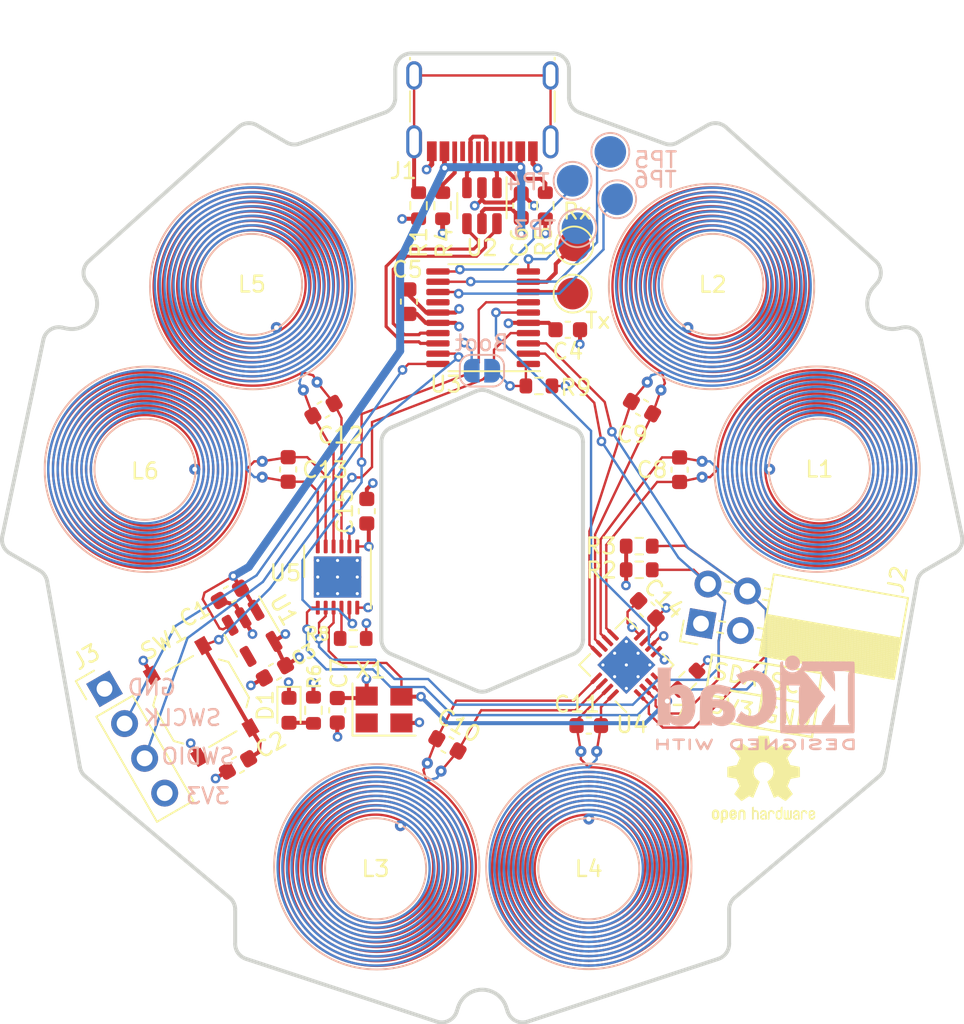
<source format=kicad_pcb>
(kicad_pcb (version 20221018) (generator pcbnew)
  (layers (0 "F.Cu" signal) (1 "In1.Cu" signal) (2 "In2.Cu" signal) (31 "B.Cu" signal) (34 "B.Paste" user) (35 "F.Paste" user) (36 "B.SilkS" user "B.Silkscreen") (37 "F.SilkS" user "F.Silkscreen") (38 "B.Mask" user) (39 "F.Mask" user) (44 "Edge.Cuts" user))
  (net 0 "")
  (net 1 "VBUS")
  (net 2 "GND")
  (net 3 "+3.3V")
  (net 4 "/~{RST}")
  (net 5 "/UART2_TX")
  (net 6 "/UART2_RX")
  (net 7 "/SWDIO")
  (net 8 "/SWCLK")
  (net 9 "/USB_ESD_D+")
  (net 10 "/USB_ESD_D-")
  (net 11 "/I2C1_SDA")
  (net 12 "/I2C1_SCL")
  (net 13 "/LDC1614_INTB")
  (net 14 "/USB_D-")
  (net 15 "/USB_D+")
  (net 16 "/LDC1612_INTB")
  (net 17 "/40MHZ_CLK")
  (net 18 "/CC1")
  (net 19 "/CC2")
  (net 20 "Net-(U4-IN0A)")
  (net 21 "Net-(U4-IN0B)")
  (net 22 "Net-(U4-IN1A)")
  (net 23 "Net-(U4-IN1B)")
  (net 24 "Net-(D1-A)")
  (net 25 "Net-(U4-ADDR)")
  (net 27 "Net-(JP1-B)")
  (net 28 "Net-(U3-PA4)")
  (net 29 "Net-(U3-PA5)")
  (net 30 "Net-(U3-PA6)")
  (net 31 "Net-(U3-PA7)")
  (net 34 "Net-(U4-IN2A)")
  (net 35 "Net-(U4-IN2B)")
  (net 36 "Net-(U4-IN3A)")
  (net 37 "Net-(U4-IN3B)")
  (net 38 "Net-(U5-IN0A)")
  (net 39 "Net-(U5-IN0B)")
  (net 40 "Net-(U5-IN1A)")
  (net 41 "Net-(U5-IN1B)")
  (net 44 "Net-(J1-SHIELD)")
  (net 45 "Net-(U5-ADDR)")
  (footprint "Crystal:Crystal_SMD_3225-4Pin_3.2x2.5mm" (layer "F.Cu") (at 136.398 106.2736)
    (fp_text reference "X1")
    (fp_text value "40.000MHz")
  )
  (footprint "Resistor_SMD:R_0603_1608Metric" (layer "F.Cu") (at 131.9276 106.3244 -90)
    (fp_text reference "R6")
    (fp_text value "200")
  )
  (footprint "Capacitor_SMD:C_0603_1608Metric" (layer "F.Cu") (at 145.0848 74.3966 90)
    (fp_text reference "C6")
    (fp_text value "100n")
  )
  (footprint "Resistor_SMD:R_0603_1608Metric" (layer "F.Cu") (at 146.2024 85.8012)
    (fp_text reference "R9")
    (fp_text value "5k1")
  )
  (footprint "Symbol:OSHW-Logo2_7.3x6mm_SilkScreen" (layer "F.Cu") (at 160.4264 110.6932)
    (fp_text reference "REF**" hide)
    (fp_text value "OSHW-Logo2_7.3x6mm_SilkScreen" hide)
  )
  (footprint "Capacitor_SMD:C_0603_1608Metric" (layer "F.Cu") (at 135.3058 93.726 90)
    (fp_text reference "C15")
    (fp_text value "1u")
  )
  (footprint "Package_TO_SOT_SMD:SOT-23-6" (layer "F.Cu") (at 142.5956 74.3966 -90)
    (fp_text reference "U2")
    (fp_text value "USBLC6-2SC6")
  )
  (footprint "PCB_Coil:COIL_GENERATOR_0" (layer "F.Cu") (at 163.959844 91.07 180)
    (fp_text reference "L1")
    (fp_text value "PCB_COIL")
  )
  (footprint "Resistor_SMD:R_0603_1608Metric" (layer "F.Cu") (at 152.5524 97.4344)
    (fp_text reference "R2")
    (fp_text value "5k1")
  )
  (footprint "PCB_Coil:COIL_GENERATOR_0" (layer "F.Cu") (at 157.209844 79.38 -120)
    (fp_text reference "L2")
    (fp_text value "PCB_COIL")
  )
  (footprint "PCB_Coil:COIL_GENERATOR_0" (layer "F.Cu") (at 135.859844 116.35 60)
    (fp_text reference "L3")
    (fp_text value "PCB_COIL")
  )
  (footprint "Package_SON:WSON-12-1EP_4x4mm_P0.5mm_EP2.6x3mm_ThermalVias" (layer "F.Cu") (at 133.4516 97.8916 90)
    (fp_text reference "U5")
    (fp_text value "LDC1612")
  )
  (footprint "Package_TO_SOT_SMD:SOT-23-5" (layer "F.Cu") (at 128.0414 101.454406 -60)
    (fp_text reference "U1")
    (fp_text value "AP2112K-3.3")
  )
  (footprint "Package_SO:TSSOP-20_4.4x6.5mm_P0.65mm" (layer "F.Cu") (at 142.6718 81.4832 180)
    (fp_text reference "U3")
    (fp_text value "STM32F042F6P6")
  )
  (footprint "PCB_Coil:COIL_GENERATOR_0" (layer "F.Cu") (at 128.009844 79.38 -60)
    (fp_text reference "L5")
    (fp_text value "PCB_COIL")
  )
  (footprint "Capacitor_SMD:C_0603_1608Metric" (layer "F.Cu") (at 148.0312 82.2452)
    (fp_text reference "C4")
    (fp_text value "1u")
  )
  (footprint "PCB_Coil:COIL_GENERATOR_0" (layer "F.Cu") (at 149.359844 116.35 90)
    (fp_text reference "L4")
    (fp_text value "PCB_COIL")
  )
  (footprint "Connector_PinHeader_2.54mm:PinHeader_1x04_P2.54mm_Vertical" (layer "F.Cu") (at 118.6992 104.963904 30)
    (fp_text reference "J3")
    (fp_text value "DBG_HDR")
  )
  (footprint "TestPoint:TestPoint_Pad_D2.0mm" (layer "F.Cu") (at 148.336 79.9592 180)
    (fp_text reference "TP1" hide)
    (fp_text value "TestPoint")
  )
  (footprint "Resistor_SMD:R_0603_1608Metric" (layer "F.Cu") (at 146.6088 74.3966 -90)
    (fp_text reference "R5")
    (fp_text value "5k1")
  )
  (footprint "Capacitor_SMD:C_0603_1608Metric" (layer "F.Cu") (at 126.634912 98.9879 -150)
    (fp_text reference "C1")
    (fp_text value "10u")
  )
  (footprint "Capacitor_SMD:C_0603_1608Metric" (layer "F.Cu") (at 127.1524 109.7788 -150)
    (fp_text reference "C2")
    (fp_text value "100n")
  )
  (footprint "LED_SMD:LED_0603_1608Metric" (layer "F.Cu") (at 130.3782 106.3244 -90)
    (fp_text reference "D1")
    (fp_text value "BLUE_LED")
  )
  (footprint "Resistor_SMD:R_0603_1608Metric" (layer "F.Cu") (at 140.1064 74.3966 -90)
    (fp_text reference "R4")
    (fp_text value "5k1")
  )
  (footprint "Capacitor_SMD:C_0603_1608Metric" (layer "F.Cu") (at 137.9728 80.4672 90)
    (fp_text reference "C5")
    (fp_text value "1u")
  )
  (footprint "Capacitor_SMD:C_0603_1608Metric" (layer "F.Cu") (at 153.0604 99.949 135)
    (fp_text reference "C14")
    (fp_text value "1u")
  )
  (footprint "Resistor_SMD:R_0603_1608Metric" (layer "F.Cu") (at 152.5524 95.9358)
    (fp_text reference "R3")
    (fp_text value "5k1")
  )
  (footprint "Resistor_SMD:R_0603_1608Metric" (layer "F.Cu") (at 138.5824 74.3966 -90)
    (fp_text reference "R1")
    (fp_text value "1M")
  )
  (footprint "Capacitor_SMD:C_0603_1608Metric" (layer "F.Cu") (at 152.7302 87.1728 150)
    (fp_text reference "C9")
    (fp_text value "1n")
  )
  (footprint "Capacitor_SMD:C_0603_1608Metric" (layer "F.Cu") (at 130.3274 91.0844 -90)
    (fp_text reference "C13")
    (fp_text value "1n")
  )
  (footprint "Connector_USB:USB_C_Receptacle_G-Switch_GT-USB-7010ASV" (layer "F.Cu") (at 142.621 67.229 180)
    (fp_text reference "J1")
    (fp_text value "USB_C_Receptacle_USB2.0")
  )
  (footprint "Resistor_SMD:R_0603_1608Metric" (layer "F.Cu") (at 134.4422 101.7778)
    (fp_text reference "R8")
    (fp_text value "5k1")
  )
  (footprint "PCB_Coil:COIL_GENERATOR_0" (layer "F.Cu") (at 121.259844 91.07)
    (fp_text reference "L6")
    (fp_text value "PCB_COIL")
  )
  (footprint "Connector_PinSocket_2.54mm:PinSocket_2x02_P2.54mm_Horizontal" (layer "F.Cu") (at 156.464 100.838 170)
    (fp_text reference "J2")
    (fp_text value "EXP_HDR")
  )
  (footprint "Capacitor_SMD:C_0603_1608Metric" (layer "F.Cu") (at 149.359844 107.2896)
    (fp_text reference "C11")
    (fp_text value "1n")
  )
  (footprint "Package_DFN_QFN:WQFN-16-1EP_4x4mm_P0.5mm_EP2.6x2.6mm_ThermalVias" (layer "F.Cu") (at 151.7396 103.4542 135)
    (fp_text reference "U4")
    (fp_text value "LDC1614")
  )
  (footprint "Capacitor_SMD:C_0603_1608Metric" (layer "F.Cu") (at 133.436295 106.323422 -90)
    (fp_text reference "C7")
    (fp_text value "1u")
  )
  (footprint "Capacitor_SMD:C_0603_1608Metric" (layer "F.Cu") (at 155.109844 91.1 90)
    (fp_text reference "C8")
    (fp_text value "1n")
  )
  (footprint "Capacitor_SMD:C_0603_1608Metric" (layer "F.Cu") (at 129.4892 103.886 -150)
    (fp_text reference "C3")
    (fp_text value "10u")
  )
  (footprint "Capacitor_SMD:C_0603_1608Metric" (layer "F.Cu") (at 132.5626 87.2998 -150)
    (fp_text reference "C12")
    (fp_text value "1n")
  )
  (footprint "Resistor_SMD:R_0603_1608Metric" (layer "F.Cu") (at 155.6258 104.4194 45)
    (fp_text reference "R7")
    (fp_text value "5k1")
  )
  (footprint "TestPoint:TestPoint_Pad_D2.0mm" (layer "F.Cu") (at 148.4376 76.9112 180)
    (fp_text reference "TP2" hide)
    (fp_text value "TestPoint")
  )
  (footprint "Button_Switch_SMD:SW_Push_1P1T_XKB_TS-1187A" (layer "F.Cu") (at 124.8156 105.7656 120)
    (fp_text reference "SW1")
    (fp_text value "~{RST}")
  )
  (footprint "Capacitor_SMD:C_0603_1608Metric" (layer "F.Cu") (at 140.4112 108.5088 -30)
    (fp_text reference "C10")
    (fp_text value "1n")
  )
  (footprint "TestPoint:TestPoint_Pad_D2.0mm" (layer "B.Cu") (at 148.336 72.8218 180)
    (fp_text reference "TP4")
    (fp_text value "TestPoint")
  )
  (footprint "TestPoint:TestPoint_Pad_D2.0mm" (layer "B.Cu") (at 148.6408 75.819 180)
    (fp_text reference "TP3")
    (fp_text value "TestPoint")
  )
  (footprint "Jumper:SolderJumper-2_P1.3mm_Open_RoundedPad1.0x1.5mm" (layer "B.Cu") (at 142.5956 84.836)
    (fp_text reference "JP1" hide)
    (fp_text value "SolderJumper_2_Open")
  )
  (footprint "TestPoint:TestPoint_Pad_D2.0mm" (layer "B.Cu") (at 151.1554 73.9902 180)
    (fp_text reference "TP6")
    (fp_text value "TestPoint")
  )
  (footprint "TestPoint:TestPoint_Pad_D2.0mm" (layer "B.Cu") (at 150.7236 70.993 180)
    (fp_text reference "TP5")
    (fp_text value "TestPoint")
  )
  (footprint "Symbol:KiCad-Logo2_5mm_SilkScreen" (layer "B.Cu") (at 159.9184 105.8418 180)
    (fp_text reference "REF**" hide)
    (fp_text value "KiCad-Logo2_5mm_SilkScreen" hide)
  )
  (gr_line (start 156.531475 106.847872) (end 163.493547 108.013662) (stroke (width 0.15)) (layer "F.SilkS"))
  (gr_line (start 160.63709 103.389234) (end 160.012511 107.430767) (stroke (width 0.15)) (layer "F.SilkS"))
  (gr_line (start 164.118126 103.972129) (end 163.493547 108.013662) (stroke (width 0.15)) (layer "F.SilkS"))
  (gr_line (start 157.156054 102.806339) (end 164.118126 103.972129) (stroke (width 0.15)) (layer "F.SilkS"))
  (gr_line (start 156.843764 104.827105) (end 163.805836 105.992895) (stroke (width 0.15)) (layer "F.SilkS"))
  (gr_line (start 157.156054 102.806339) (end 156.531475 106.847872) (stroke (width 0.15)) (layer "F.SilkS"))
  (gr_line (start 116.008579 82.104946) (end 116.302018 82.166219) (stroke (width 0.25)) (layer "Edge.Cuts"))
  (gr_arc (start 148.991459 101.840743) (mid 148.826314 102.391253) (end 148.385378 102.759888) (stroke (width 0.25)) (layer "Edge.Cuts"))
  (gr_arc (start 127.177025 69.427462) (mid 127.740742 69.17825) (end 128.343486 69.306976) (stroke (width 0.25)) (layer "Edge.Cuts"))
  (gr_arc (start 126.615354 118.169339) (mid 126.878852 118.512771) (end 126.972567 118.935384) (stroke (width 0.25)) (layer "Edge.Cuts"))
  (gr_line (start 144.223387 125.384881) (end 144.129731 125.100118) (stroke (width 0.25)) (layer "Edge.Cuts"))
  (gr_line (start 127.177025 69.427462) (end 117.701221 77.898172) (stroke (width 0.25)) (layer "Edge.Cuts"))
  (gr_arc (start 158.247081 118.935384) (mid 158.340794 118.512777) (end 158.604294 118.169339) (stroke (width 0.25)) (layer "Edge.Cuts"))
  (gr_line (start 148.991459 101.840743) (end 148.991459 89.359257) (stroke (width 0.25)) (layer "Edge.Cuts"))
  (gr_line (start 112.706228 96.3915) (end 114.58216 97.47457) (stroke (width 0.25)) (layer "Edge.Cuts"))
  (gr_line (start 117.479841 110.503733) (end 126.615354 118.169339) (stroke (width 0.25)) (layer "Edge.Cuts"))
  (gr_line (start 170.637488 97.47457) (end 172.51342 96.3915) (stroke (width 0.25)) (layer "Edge.Cuts"))
  (gr_line (start 154.15821 70.463713) (end 148.767804 68.501766) (stroke (width 0.25)) (layer "Edge.Cuts"))
  (gr_line (start 137.109824 65.762831) (end 137.109824 67.562073) (stroke (width 0.25)) (layer "Edge.Cuts"))
  (gr_line (start 130.219418 70.390046) (end 128.343486 69.306976) (stroke (width 0.25)) (layer "Edge.Cuts"))
  (gr_line (start 168.91763 82.166219) (end 169.211069 82.104946) (stroke (width 0.25)) (layer "Edge.Cuts"))
  (gr_arc (start 117.479841 110.503733) (mid 117.256613 110.237684) (end 117.137821 109.911337) (stroke (width 0.25)) (layer "Edge.Cuts"))
  (gr_arc (start 136.83427 102.759888) (mid 136.393363 102.39123) (end 136.228189 101.840743) (stroke (width 0.25)) (layer "Edge.Cuts"))
  (gr_line (start 158.604294 118.169339) (end 167.739807 110.503733) (stroke (width 0.25)) (layer "Edge.Cuts"))
  (gr_arc (start 117.821926 79.533662) (mid 118.01469 81.399953) (end 116.302018 82.166219) (stroke (width 0.25)) (layer "Edge.Cuts"))
  (gr_arc (start 158.247081 121.101523) (mid 158.057136 121.687846) (end 157.559507 122.051466) (stroke (width 0.25)) (layer "Edge.Cuts"))
  (gr_arc (start 141.089917 125.100118) (mid 142.609824 124) (end 144.129731 125.100118) (stroke (width 0.25)) (layer "Edge.Cuts"))
  (gr_arc (start 145.485755 126.022397) (mid 144.722524 125.965099) (end 144.223387 125.384881) (stroke (width 0.25)) (layer "Edge.Cuts"))
  (gr_arc (start 127.660141 122.051466) (mid 127.162475 121.687878) (end 126.972567 121.101523) (stroke (width 0.25)) (layer "Edge.Cuts"))
  (gr_arc (start 137.109824 67.562073) (mid 136.929005 68.135677) (end 136.451844 68.501766) (stroke (width 0.25)) (layer "Edge.Cuts"))
  (gr_line (start 172.992307 95.321073) (end 170.394358 82.879431) (stroke (width 0.25)) (layer "Edge.Cuts"))
  (gr_line (start 142.215905 86.133697) (end 136.83427 88.440112) (stroke (width 0.25)) (layer "Edge.Cuts"))
  (gr_arc (start 147.109824 64.762831) (mid 147.81693 65.05573) (end 148.109824 65.762831) (stroke (width 0.25)) (layer "Edge.Cuts"))
  (gr_line (start 145.485755 126.022397) (end 157.559507 122.051466) (stroke (width 0.25)) (layer "Edge.Cuts"))
  (gr_arc (start 137.109824 65.762831) (mid 137.402696 65.05569) (end 138.109824 64.762831) (stroke (width 0.25)) (layer "Edge.Cuts"))
  (gr_arc (start 112.706228 96.3915) (mid 112.29344 95.933842) (end 112.227341 95.321073) (stroke (width 0.25)) (layer "Edge.Cuts"))
  (gr_arc (start 168.081827 109.911337) (mid 167.96304 110.237685) (end 167.739807 110.503733) (stroke (width 0.25)) (layer "Edge.Cuts"))
  (gr_arc (start 136.228189 89.359257) (mid 136.39335 88.808767) (end 136.83427 88.440112) (stroke (width 0.25)) (layer "Edge.Cuts"))
  (gr_line (start 136.83427 102.759888) (end 142.215905 105.066303) (stroke (width 0.25)) (layer "Edge.Cuts"))
  (gr_arc (start 143.003743 105.066303) (mid 142.609824 105.147158) (end 142.215905 105.066303) (stroke (width 0.25)) (layer "Edge.Cuts"))
  (gr_arc (start 140.996261 125.384881) (mid 140.497128 125.965101) (end 139.733893 126.022397) (stroke (width 0.25)) (layer "Edge.Cuts"))
  (gr_line (start 126.972567 118.935384) (end 126.972567 121.101523) (stroke (width 0.25)) (layer "Edge.Cuts"))
  (gr_line (start 158.247081 121.101523) (end 158.247081 118.935384) (stroke (width 0.25)) (layer "Edge.Cuts"))
  (gr_line (start 136.451844 68.501766) (end 131.061438 70.463713) (stroke (width 0.25)) (layer "Edge.Cuts"))
  (gr_line (start 141.089917 125.100118) (end 140.996261 125.384881) (stroke (width 0.25)) (layer "Edge.Cuts"))
  (gr_line (start 168.081827 109.911337) (end 170.15268 98.166948) (stroke (width 0.25)) (layer "Edge.Cuts"))
  (gr_arc (start 168.91763 82.166219) (mid 167.204901 81.400038) (end 167.397722 79.533662) (stroke (width 0.25)) (layer "Edge.Cuts"))
  (gr_line (start 143.003743 105.066303) (end 148.385378 102.759888) (stroke (width 0.25)) (layer "Edge.Cuts"))
  (gr_arc (start 156.876162 69.306976) (mid 157.478918 69.178278) (end 158.042623 69.427462) (stroke (width 0.25)) (layer "Edge.Cuts"))
  (gr_line (start 117.821926 79.533662) (end 117.622142 79.310173) (stroke (width 0.25)) (layer "Edge.Cuts"))
  (gr_arc (start 148.385378 88.440112) (mid 148.826322 88.808758) (end 148.991459 89.359257) (stroke (width 0.25)) (layer "Edge.Cuts"))
  (gr_line (start 148.385378 88.440112) (end 143.003743 86.133697) (stroke (width 0.25)) (layer "Edge.Cuts"))
  (gr_arc (start 131.061438 70.463713) (mid 130.63226 70.520218) (end 130.219418 70.390046) (stroke (width 0.25)) (layer "Edge.Cuts"))
  (gr_arc (start 114.82529 82.879431) (mid 115.2565 82.247055) (end 116.008579 82.104946) (stroke (width 0.25)) (layer "Edge.Cuts"))
  (gr_line (start 127.660141 122.051466) (end 139.733893 126.022397) (stroke (width 0.25)) (layer "Edge.Cuts"))
  (gr_arc (start 114.58216 97.47457) (mid 114.901316 97.76702) (end 115.066968 98.166948) (stroke (width 0.25)) (layer "Edge.Cuts"))
  (gr_line (start 156.876162 69.306976) (end 155.00023 70.390046) (stroke (width 0.25)) (layer "Edge.Cuts"))
  (gr_arc (start 172.992307 95.321073) (mid 172.926228 95.933837) (end 172.51342 96.3915) (stroke (width 0.25)) (layer "Edge.Cuts"))
  (gr_arc (start 170.15268 98.166948) (mid 170.318344 97.767024) (end 170.637488 97.47457) (stroke (width 0.25)) (layer "Edge.Cuts"))
  (gr_line (start 136.228189 89.359257) (end 136.228189 101.840743) (stroke (width 0.25)) (layer "Edge.Cuts"))
  (gr_line (start 167.518427 77.898172) (end 158.042623 69.427462) (stroke (width 0.25)) (layer "Edge.Cuts"))
  (gr_arc (start 167.518427 77.898172) (mid 167.850348 78.587783) (end 167.597506 79.310173) (stroke (width 0.25)) (layer "Edge.Cuts"))
  (gr_line (start 114.82529 82.879431) (end 112.227341 95.321073) (stroke (width 0.25)) (layer "Edge.Cuts"))
  (gr_line (start 167.597506 79.310173) (end 167.397722 79.533662) (stroke (width 0.25)) (layer "Edge.Cuts"))
  (gr_arc (start 148.767804 68.501766) (mid 148.290666 68.135644) (end 148.109824 67.562073) (stroke (width 0.25)) (layer "Edge.Cuts"))
  (gr_arc (start 142.215905 86.133697) (mid 142.609824 86.052842) (end 143.003743 86.133697) (stroke (width 0.25)) (layer "Edge.Cuts"))
  (gr_line (start 147.109824 64.762831) (end 138.109824 64.762831) (stroke (width 0.25)) (layer "Edge.Cuts"))
  (gr_arc (start 117.622142 79.310173) (mid 117.369219 78.587779) (end 117.701221 77.898172) (stroke (width 0.25)) (layer "Edge.Cuts"))
  (gr_arc (start 155.00023 70.390046) (mid 154.587384 70.520219) (end 154.15821 70.463713) (stroke (width 0.25)) (layer "Edge.Cuts"))
  (gr_line (start 115.066968 98.166948) (end 117.137821 109.911337) (stroke (width 0.25)) (layer "Edge.Cuts"))
  (gr_line (start 148.109824 67.562073) (end 148.109824 65.762831) (stroke (width 0.25)) (layer "Edge.Cuts"))
  (gr_arc (start 169.211069 82.104946) (mid 169.96308 82.247154) (end 170.394358 82.879431) (stroke (width 0.25)) (layer "Edge.Cuts"))
  (gr_text "SWCLK" (at 123.623496 106.794515) (layer "B.SilkS") (effects (font (size 1 1)) (justify mirror)))
  (gr_text "Boot" (at 144.3736 83.6676) (layer "B.SilkS") (effects (font (size 1 1)) (justify left bottom mirror)))
  (gr_text "3V3" (at 125.242531 111.741623) (layer "B.SilkS") (effects (font (size 1 1)) (justify mirror)))
  (gr_text "SWDIO" (at 124.621568 109.237513) (layer "B.SilkS") (effects (font (size 1 1)) (justify mirror)))
  (gr_text "GND" (at 121.6914 104.8766) (layer "B.SilkS") (effects (font (size 1 1)) (justify mirror)))
  (gr_text "3V3" (at 158.389562 106.178976 -10) (layer "F.SilkS") (effects (font (size 1.016 1.016) (thickness 0.1524))))
  (gr_text "Tx" (at 149.0472 82.2452) (layer "F.SilkS") (effects (font (size 1 1)) (justify left bottom)))
  (gr_text "Rx" (at 147.6248 75.3364) (layer "F.SilkS") (effects (font (size 1 1)) (justify left bottom)))
  (gr_text "SDA\n" (at 158.642245 104.065105 -10) (layer "F.SilkS") (effects (font (size 1.016 1.016) (thickness 0.1524))))
  (gr_text "SCL" (at 162.181618 104.695648 -10) (layer "F.SilkS") (effects (font (size 1.016 1.016) (thickness 0.1524))))
  (gr_text "GND" (at 161.918447 106.777092 -10) (layer "F.SilkS") (effects (font (size 1.016 1.016) (thickness 0.1524))))
  (segment (start 127.524375 98.658892) (end 127.306082 98.6004) (width 0.254) (layer "F.Cu") (net 1))
  (segment (start 124.919089 99.297605) (end 125.030654 98.88124) (width 0.1524) (layer "F.Cu") (net 1))
  (segment (start 125.030654 98.88124) (end 126.856408 97.82714) (width 0.1524) (layer "F.Cu") (net 1))
  (segment (start 142.5956 75.5341) (end 142.5956 74.7776) (width 0.254) (layer "F.Cu") (net 1))
  (segment (start 145.021 70.954) (end 145.021 71.9452) (width 0.3048) (layer "F.Cu") (net 1))
  (segment (start 126.649926 100.944302) (end 126.201585 101.203152) (width 0.1524) (layer "F.Cu") (net 1))
  (segment (start 142.5956 74.7776) (end 142.7734 74.5998) (width 0.254) (layer "F.Cu") (net 1))
  (segment (start 126.201585 101.203152) (end 125.985889 101.145357) (width 0.1524) (layer "F.Cu") (net 1))
  (segment (start 140.221 71.9966) (end 140.2334 72.009) (width 0.3048) (layer "F.Cu") (net 1))
  (segment (start 127.306082 98.6004) (end 126.860232 97.828165) (width 0.254) (layer "F.Cu") (net 1))
  (segment (start 145.0848 75.1716) (end 145.0848 76.1746) (width 0.254) (layer "F.Cu") (net 1))
  (segment (start 140.221 70.954) (end 140.221 71.9966) (width 0.3048) (layer "F.Cu") (net 1))
  (segment (start 125.985889 101.145357) (end 124.919089 99.297605) (width 0.1524) (layer "F.Cu") (net 1))
  (segment (start 144.4752 74.5998) (end 145.047 75.1716) (width 0.254) (layer "F.Cu") (net 1))
  (segment (start 128.295374 99.994302) (end 127.524375 98.658892) (width 0.254) (layer "F.Cu") (net 1))
  (segment (start 142.7734 74.5998) (end 144.4752 74.5998) (width 0.254) (layer "F.Cu") (net 1))
  (segment (start 126.860232 97.828165) (end 126.856408 97.82714) (width 0.254) (layer "F.Cu") (net 1))
  (segment (start 145.021 71.9452) (end 145.034 71.9582) (width 0.3048) (layer "F.Cu") (net 1))
  (segment (start 145.047 75.1716) (end 145.0848 75.1716) (width 0.254) (layer "F.Cu") (net 1))
  (via (at 140.2334 72.009) (size 0.6096) (drill 0.3048) (layers "F.Cu" "B.Cu") (net 1))
  (via (at 145.034 71.9582) (size 0.6096) (drill 0.3048) (layers "F.Cu" "B.Cu") (net 1))
  (via (at 126.856408 97.82714) (size 0.6096) (drill 0.3048) (layers "F.Cu" "B.Cu") (net 1))
  (via (at 145.0848 76.1746) (size 0.6096) (drill 0.3048) (layers "F.Cu" "B.Cu") (net 1))
  (segment (start 127.839767 97.249395) (end 126.856408 97.82714) (width 0.508) (layer "B.Cu") (net 1))
  (segment (start 140.2334 72.009) (end 137.414 77.8256) (width 0.508) (layer "B.Cu") (net 1))
  (segment (start 140.2842 71.9582) (end 140.2334 72.009) (width 0.508) (layer "B.Cu") (net 1))
  (segment (start 137.414 77.8256) (end 137.414 83.5914) (width 0.508) (layer "B.Cu") (net 1))
  (segment (start 145.034 71.9582) (end 140.2842 71.9582) (width 0.508) (layer "B.Cu") (net 1))
  (segment (start 145.0848 72.009) (end 145.034 71.9582) (width 0.508) (layer "B.Cu") (net 1))
  (segment (start 145.0848 76.1746) (end 145.0848 72.009) (width 0.508) (layer "B.Cu") (net 1))
  (segment (start 137.414 83.5914) (end 127.839767 97.249395) (width 0.508) (layer "B.Cu") (net 1))
  (segment (start 138.5824 75.2216) (end 137.5542 75.2216) (width 0.254) (layer "F.Cu") (net 2))
  (segment (start 137.498 107.1236) (end 138.596 107.1236) (width 0.254) (layer "F.Cu") (net 2))
  (segment (start 130.3782 104.5718) (end 130.3782 105.5369) (width 0.254) (layer "F.Cu") (net 2))
  (segment (start 148.8062 82.2452) (end 148.8062 83.1466) (width 0.254) (layer "F.Cu") (net 2))
  (segment (start 142.5956 74.0156) (end 142.2146 74.3966) (width 0.254) (layer "F.Cu") (net 2))
  (segment (start 152.579289 101.550689) (end 152.0952 101.0666) (width 0.1524) (layer "F.Cu") (net 2))
  (segment (start 124.691802 109.301176) (end 124.1552 108.4072) (width 0.254) (layer "F.Cu") (net 2))
  (segment (start 139.8093 81.1582) (end 140.914 81.1582) (width 0.254) (layer "F.Cu") (net 2))
  (segment (start 134.2644 94.9198) (end 134.2016 94.9826) (width 0.1524) (layer "F.Cu") (net 2))
  (segment (start 134.2016 94.9826) (end 134.2016 95.9541) (width 0.1524) (layer "F.Cu") (net 2))
  (segment (start 133.436295 107.985495) (end 133.4516 108.0008) (width 0.254) (layer "F.Cu") (net 2))
  (segment (start 133.436295 107.098422) (end 133.436295 107.985495) (width 0.254) (layer "F.Cu") (net 2))
  (segment (start 153.921953 101.6254) (end 154.1018 101.6254) (width 0.1524) (layer "F.Cu") (net 2))
  (segment (start 139.071801 81.1582) (end 139.8093 81.1582) (width 0.254) (layer "F.Cu") (net 2))
  (segment (start 144.4752 74.1934) (end 145.047 73.6216) (width 0.254) (layer "F.Cu") (net 2))
  (segment (start 142.5956 74.0156) (end 142.7734 74.1934) (width 0.254) (layer "F.Cu") (net 2))
  (segment (start 152.579289 101.553851) (end 152.579289 101.550689) (width 0.1524) (layer "F.Cu") (net 2))
  (segment (start 156.209163 103.836037) (end 156.8958 103.1494) (width 0.1524) (layer "F.Cu") (net 2))
  (segment (start 145.821 71.7292) (end 146.1262 72.0344) (width 0.3048) (layer "F.Cu") (net 2))
  (segment (start 146.6088 75.2216) (end 146.6088 76.1492) (width 0.254) (layer "F.Cu") (net 2))
  (segment (start 148.8062 83.1466) (end 148.7932 83.1596) (width 0.254) (layer "F.Cu") (net 2))
  (segment (start 138.596 107.1236) (end 138.6332 107.0864) (width 0.254) (layer "F.Cu") (net 2))
  (segment (start 139.421 70.954) (end 139.421 71.78) (width 0.3048) (layer "F.Cu") (net 2))
  (segment (start 135.3058 92.951) (end 135.3058 92.329) (width 0.254) (layer "F.Cu") (net 2))
  (segment (start 135.3058 92.329) (end 135.6868 91.948) (width 0.254) (layer "F.Cu") (net 2))
  (segment (start 145.0848 73.6216) (end 145.1226 73.6216) (width 0.254) (layer "F.Cu") (net 2))
  (segment (start 139.421 71.78) (end 139.0904 72.1106) (width 0.3048) (layer "F.Cu") (net 2))
  (segment (start 145.047 73.6216) (end 145.0848 73.6216) (width 0.254) (layer "F.Cu") (net 2))
  (segment (start 127.47265 100.469302) (end 127.001651 99.653507) (width 0.254) (layer "F.Cu") (net 2))
  (segment (start 145.821 70.954) (end 145.821 71.7292) (width 0.3048) (layer "F.Cu") (net 2))
  (segment (start 142.2146 74.3966) (end 142.1384 74.3966) (width 0.254) (layer "F.Cu") (net 2))
  (segment (start 152.512392 99.400992) (end 151.8158 100.097584) (width 0.1524) (layer "F.Cu") (net 2))
  (segment (start 135.3749 99.8291) (end 135.382 99.822) (width 0.1524) (layer "F.Cu") (net 2))
  (segment (start 126.48123 110.1663) (end 125.73 110.6424) (width 0.254) (layer "F.Cu") (net 2))
  (segment (start 128.81803 104.2735) (end 127.9652 104.7496) (width 0.254) (layer "F.Cu") (net 2))
  (segment (start 140.914 81.1582) (end 141.1478 80.9244) (width 0.254) (layer "F.Cu") (net 2))
  (segment (start 153.286396 102.260957) (end 153.921953 101.6254) (width 0.1524) (layer "F.Cu") (net 2))
  (segment (start 140.1064 75.2216) (end 140.1064 76.1492) (width 0.3048) (layer "F.Cu") (net 2))
  (segment (start 127.47265 100.469302) (end 128.0668 101.4984) (width 0.254) (layer "F.Cu") (net 2))
  (segment (start 137.9728 79.6922) (end 137.9728 80.059199) (width 0.254) (layer "F.Cu") (net 2))
  (segment (start 137.5542 75.2216) (end 137.541 75.2348) (width 0.254) (layer "F.Cu") (net 2))
  (segment (start 127.001651 99.653507) (end 125.963743 99.3754) (width 0.254) (layer "F.Cu") (net 2))
  (segment (start 121.691802 104.105024) (end 121.158 103.1748) (width 0.254) (layer "F.Cu") (net 2))
  (segment (start 151.8158 100.097584) (end 151.8158 100.7872) (width 0.1524) (layer "F.Cu") (net 2))
  (segment (start 151.8158 100.7872) (end 152.0952 101.0666) (width 0.1524) (layer "F.Cu") (net 2))
  (segment (start 147.0274 85.8012) (end 147.8788 85.8012) (width 0.1524) (layer "F.Cu") (net 2))
  (segment (start 142.7734 74.1934) (end 144.4752 74.1934) (width 0.254) (layer "F.Cu") (net 2))
  (segment (start 130.3528 104.5464) (end 130.3782 104.5718) (width 0.254) (layer "F.Cu") (net 2))
  (segment (start 145.1226 73.6216) (end 145.8976 74.3966) (width 0.254) (layer "F.Cu") (net 2))
  (segment (start 134.7016 99.8291) (end 135.3749 99.8291) (width 0.1524) (layer "F.Cu") (net 2))
  (segment (start 142.5956 73.2591) (end 142.5956 74.0156) (width 0.254) (layer "F.Cu") (net 2))
  (segment (start 137.9728 80.059199) (end 139.071801 81.1582) (width 0.254) (layer "F.Cu") (net 2))
  (via (at 146.1262 72.0344) (size 0.6096) (drill 0.3048) (layers "F.Cu" "B.Cu") (net 2))
  (via (at 135.6868 91.948) (size 0.6096) (drill 0.3048) (layers "F.Cu" "B.Cu") (net 2))
  (via (at 140.1064 76.1492) (size 0.6096) (drill 0.3048) (layers "F.Cu" "B.Cu") (net 2))
  (via (at 135.382 99.822) (size 0.6096) (drill 0.3048) (layers "F.Cu" "B.Cu") (net 2))
  (via (at 141.1478 80.9244) (size 0.6096) (drill 0.3048) (layers "F.Cu" "B.Cu") (net 2))
  (via (at 139.0904 72.1106) (size 0.6096) (drill 0.3048) (layers "F.Cu" "B.Cu") (net 2))
  (via (at 152.0952 101.0666) (size 0.6096) (drill 0.3048) (layers "F.Cu" "B.Cu") (net 2))
  (via (at 133.4516 108.0008) (size 0.6096) (drill 0.3048) (layers "F.Cu" "B.Cu") (net 2))
  (via (at 134.2644 94.9198) (size 0.6096) (drill 0.3048) (layers "F.Cu" "B.Cu") (net 2))
  (via (at 124.1552 108.4072) (size 0.6096) (drill 0.3048) (layers "F.Cu" "B.Cu") (net 2))
  (via (at 125.73 110.6424) (size 0.6096) (drill 0.3048) (layers "F.Cu" "B.Cu") (net 2))
  (via (at 148.7932 83.1596) (size 0.6096) (drill 0.3048) (layers "F.Cu" "B.Cu") (net 2))
  (via (at 154.1018 101.6254) (size 0.6096) (drill 0.3048) (layers "F.Cu" "B.Cu") (net 2))
  (via (at 147.8788 85.8012) (size 0.6096) (drill 0.3048) (layers "F.Cu" "B.Cu") (net 2))
  (via (at 146.6088 76.1492) (size 0.6096) (drill 0.3048) (layers "F.Cu" "B.Cu") (net 2))
  (via (at 130.3528 104.5464) (size 0.6096) (drill 0.3048) (layers "F.Cu" "B.Cu") (net 2))
  (via (at 127.9652 104.7496) (size 0.6096) (drill 0.3048) (layers "F.Cu" "B.Cu") (net 2))
  (via (at 121.158 103.1748) (size 0.6096) (drill 0.3048) (layers "F.Cu" "B.Cu") (net 2))
  (via (at 156.8958 103.1494) (size 0.6096) (drill 0.3048) (layers "F.Cu" "B.Cu") (net 2))
  (via (at 128.0668 101.4984) (size 0.6096) (drill 0.3048) (layers "F.Cu" "B.Cu") (net 2))
  (via (at 145.8976 74.3966) (size 0.6096) (drill 0.3048) (layers "F.Cu" "B.Cu") (net 2))
  (via (at 142.1384 74.3966) (size 0.6096) (drill 0.3048) (layers "F.Cu" "B.Cu") (net 2))
  (via (at 137.541 75.2348) (size 0.6096) (drill 0.3048) (layers "F.Cu" "B.Cu") (net 2))
  (via (at 138.6332 107.0864) (size 0.6096) (drill 0.3048) (layers "F.Cu" "B.Cu") (net 2))
  (segment (start 145.5343 81.8082) (end 144.3026 81.8082) (width 0.254) (layer "F.Cu") (net 3))
  (segment (start 139.8093 81.8082) (end 139.0344 81.8082) (width 0.254) (layer "F.Cu") (net 3))
  (segment (start 152.932843 101.907404) (end 153.608408 101.231839) (width 0.1524) (layer "F.Cu") (net 3))
  (segment (start 135.298 105.4236) (end 135.298 104.3608) (width 0.254) (layer "F.Cu") (net 3))
  (segment (start 135.4257 95.9541) (end 135.4328 95.9612) (width 0.1524) (layer "F.Cu") (net 3))
  (segment (start 151.7274 98.4118) (end 151.7142 98.425) (width 0.254) (layer "F.Cu") (net 3))
  (segment (start 135.2672 101.7778) (end 135.2672 100.8258) (width 0.1524) (layer "F.Cu") (net 3))
  (segment (start 138.4684 81.2422) (end 137.9728 81.2422) (width 0.254) (layer "F.Cu") (net 3))
  (segment (start 135.4328 94.628) (end 135.4328 95.9612) (width 0.254) (layer "F.Cu") (net 3))
  (segment (start 135.173178 105.548422) (end 135.298 105.4236) (width 0.254) (layer "F.Cu") (net 3))
  (segment (start 139.8093 81.8082) (end 140.914 81.8082) (width 0.254) (layer "F.Cu") (net 3))
  (segment (start 129.432874 101.96451) (end 130.1496 101.4984) (width 0.254) (layer "F.Cu") (net 3))
  (segment (start 146.8192 81.8082) (end 147.2562 82.2452) (width 0.254) (layer "F.Cu") (net 3))
  (segment (start 135.3058 94.501) (end 135.4328 94.628) (width 0.254) (layer "F.Cu") (net 3))
  (segment (start 140.914 81.8082) (end 141.1478 82.042) (width 0.254) (layer "F.Cu") (net 3))
  (segment (start 129.432874 101.96451) (end 130.16037 103.4985) (width 0.254) (layer "F.Cu") (net 3))
  (segment (start 144.3026 81.8082) (end 144.272 81.8388) (width 0.254) (layer "F.Cu") (net 3))
  (segment (start 135.2672 100.8258) (end 135.2804 100.8126) (width 0.1524) (layer "F.Cu") (net 3))
  (segment (start 133.436295 105.548422) (end 135.173178 105.548422) (width 0.254) (layer "F.Cu") (net 3))
  (segment (start 153.608408 100.497008) (end 153.608408 100.493192) (width 0.1524) (layer "F.Cu") (net 3))
  (segment (start 130.16037 103.4985) (end 131.0132 102.9716) (width 0.254) (layer "F.Cu") (net 3))
  (segment (start 151.7274 95.9358) (end 151.7274 97.4344) (width 0.254) (layer "F.Cu") (net 3))
  (segment (start 153.608408 100.493192) (end 154.2542 99.8474) (width 0.1524) (layer "F.Cu") (net 3))
  (segment (start 151.7274 97.4344) (end 151.7274 98.4118) (width 0.254) (layer "F.Cu") (net 3))
  (segment (start 134.7016 95.9541) (end 135.4257 95.9541) (width 0.1524) (layer "F.Cu") (net 3))
  (segment (start 131.9276 105.4994) (end 131.9276 104.5972) (width 0.254) (layer "F.Cu") (net 3))
  (segment (start 139.0344 81.8082) (end 138.4684 81.2422) (width 0.254) (layer "F.Cu") (net 3))
  (segment (start 153.608408 101.231839) (end 153.608408 100.497008) (width 0.1524) (layer "F.Cu") (net 3))
  (segment (start 145.5343 81.8082) (end 146.8192 81.8082) (width 0.254) (layer "F.Cu") (net 3))
  (segment (start 135.298 104.3608) (end 135.2804 104.3432) (width 0.254) (layer "F.Cu") (net 3))
  (via (at 151.7142 98.425) (size 0.6096) (drill 0.3048) (layers "F.Cu" "B.Cu") (net 3))
  (via (at 141.478 83.058) (size 0.6096) (drill 0.3048) (layers "F.Cu" "B.Cu") (net 3))
  (via (at 130.1496 101.4984) (size 0.6096) (drill 0.3048) (layers "F.Cu" "B.Cu") (net 3))
  (via (at 135.2804 104.3432) (size 0.6096) (drill 0.3048) (layers "F.Cu" "B.Cu") (net 3))
  (via (at 131.9276 104.5972) (size 0.6096) (drill 0.3048) (layers "F.Cu" "B.Cu") (net 3))
  (via (at 144.272 81.8388) (size 0.6096) (drill 0.3048) (layers "F.Cu" "B.Cu") (net 3))
  (via (at 135.2804 100.8126) (size 0.6096) (drill 0.3048) (layers "F.Cu" "B.Cu") (net 3))
  (via (at 131.0132 102.9716) (size 0.6096) (drill 0.3048) (layers "F.Cu" "B.Cu") (net 3))
  (via (at 135.4328 95.9612) (size 0.6096) (drill 0.3048) (layers "F.Cu" "B.Cu") (net 3))
  (via (at 154.2542 99.8474) (size 0.6096) (drill 0.3048) (layers "F.Cu" "B.Cu") (net 3))
  (via (at 141.1478 82.042) (size 0.6096) (drill 0.3048) (layers "F.Cu" "B.Cu") (net 3))
  (segment (start 141.478 83.058) (end 141.9456 83.5256) (width 0.1524) (layer "B.Cu") (net 3))
  (segment (start 141.9456 83.5256) (end 141.9456 84.836) (width 0.1524) (layer "B.Cu") (net 3))
  (segment (start 142.6464 85.3948) (end 143.3576 84.6836) (width 0.1524) (layer "F.Cu") (net 4))
  (segment (start 144.4146 82.4582) (end 145.5343 82.4582) (width 0.1524) (layer "F.Cu") (net 4))
  (segment (start 135.636 90.932) (end 135.636 88.0872) (width 0.1524) (layer "F.Cu") (net 4))
  (segment (start 125.9332 101.854) (end 124.939398 102.230024) (width 0.1524) (layer "F.Cu") (net 4))
  (segment (start 128.524 108.4072) (end 128.4732 108.966) (width 0.254) (layer "F.Cu") (net 4))
  (segment (start 124.939398 102.230024) (end 127.939398 107.426176) (width 0.254) (layer "F.Cu") (net 4))
  (segment (start 143.3576 83.5152) (end 144.4146 82.4582) (width 0.1524) (layer "F.Cu") (net 4))
  (segment (start 134.9756 91.5924) (end 135.636 90.932) (width 0.1524) (layer "F.Cu") (net 4))
  (segment (start 143.3576 84.6836) (end 143.3576 83.5152) (width 0.1524) (layer "F.Cu") (net 4))
  (segment (start 127.939398 107.426176) (end 128.524 108.4072) (width 0.254) (layer "F.Cu") (net 4))
  (segment (start 128.4732 108.966) (end 127.82357 109.3913) (width 0.254) (layer "F.Cu") (net 4))
  (segment (start 135.636 88.0872) (end 142.6464 85.3948) (width 0.1524) (layer "F.Cu") (net 4))
  (segment (start 134.366 91.5924) (end 134.9756 91.5924) (width 0.1524) (layer "F.Cu") (net 4))
  (via (at 125.9332 101.854) (size 0.6096) (drill 0.3048) (layers "F.Cu" "B.Cu") (net 4))
  (via (at 134.366 91.5924) (size 0.6096) (drill 0.3048) (layers "F.Cu" "B.Cu") (net 4))
  (segment (start 129.1844 98.6028) (end 125.9332 101.854) (width 0.1524) (layer "B.Cu") (net 4))
  (segment (start 134.366 91.5924) (end 129.1844 98.6028) (width 0.1524) (layer "B.Cu") (net 4))
  (segment (start 145.5343 79.8582) (end 148.235 79.8582) (width 0.254) (layer "F.Cu") (net 5))
  (segment (start 148.235 79.8582) (end 148.336 79.9592) (width 0.254) (layer "F.Cu") (net 5))
  (segment (start 147.2692 78.0796) (end 148.4376 76.9112) (width 0.254) (layer "F.Cu") (net 6))
  (segment (start 146.6994 79.2082) (end 147.2692 78.6384) (width 0.254) (layer "F.Cu") (net 6))
  (segment (start 147.2692 78.6384) (end 147.2692 78.0796) (width 0.254) (layer "F.Cu") (net 6))
  (segment (start 145.5343 79.2082) (end 146.6994 79.2082) (width 0.254) (layer "F.Cu") (net 6))
  (segment (start 140.9082 83.7582) (end 141.1224 83.9724) (width 0.1524) (layer "F.Cu") (net 7))
  (segment (start 139.8093 83.7582) (end 140.9082 83.7582) (width 0.1524) (layer "F.Cu") (net 7))
  (via (at 141.1224 83.9724) (size 0.6096) (drill 0.3048) (layers "F.Cu" "B.Cu") (net 7))
  (segment (start 123.952 101.7524) (end 121.2392 109.363313) (width 0.1524) (layer "B.Cu") (net 7))
  (segment (start 128.7272 98.1964) (end 123.952 101.7524) (width 0.1524) (layer "B.Cu") (net 7))
  (segment (start 141.1224 83.9724) (end 135.5344 88.5444) (width 0.1524) (layer "B.Cu") (net 7))
  (segment (start 135.5344 88.5444) (end 128.7272 98.1964) (width 0.1524) (layer "B.Cu") (net 7))
  (segment (start 137.9434 84.4082) (end 137.5664 84.7852) (width 0.1524) (layer "F.Cu") (net 8))
  (segment (start 139.8093 84.4082) (end 137.9434 84.4082) (width 0.1524) (layer "F.Cu") (net 8))
  (via (at 137.5664 84.7852) (size 0.6096) (drill 0.3048) (layers "F.Cu" "B.Cu") (net 8))
  (segment (start 137.5664 84.7852) (end 128.3208 97.79) (width 0.1524) (layer "B.Cu") (net 8))
  (segment (start 123.19 100.9904) (end 119.9692 107.163609) (width 0.1524) (layer "B.Cu") (net 8))
  (segment (start 128.3208 97.79) (end 123.19 100.9904) (width 0.1524) (layer "B.Cu") (net 8))
  (segment (start 142.7226 70.0278) (end 142.871 70.1762) (width 0.254) (layer "F.Cu") (net 9))
  (segment (start 142.0368 70.0278) (end 142.7226 70.0278) (width 0.254) (layer "F.Cu") (net 9))
  (segment (start 141.871 70.954) (end 141.871 70.1936) (width 0.254) (layer "F.Cu") (net 9))
  (segment (start 141.6456 73.2591) (end 141.6456 72.2986) (width 0.254) (layer "F.Cu") (net 9))
  (segment (start 141.871 72.0732) (end 141.871 70.954) (width 0.254) (layer "F.Cu") (net 9))
  (segment (start 141.871 70.1936) (end 142.0368 70.0278) (width 0.254) (layer "F.Cu") (net 9))
  (segment (start 141.6456 72.2986) (end 141.871 72.0732) (width 0.254) (layer "F.Cu") (net 9))
  (segment (start 142.871 70.1762) (end 142.871 70.954) (width 0.254) (layer "F.Cu") (net 9))
  (segment (start 142.371 70.954) (end 142.371 71.7336) (width 0.254) (layer "F.Cu") (net 10))
  (segment (start 143.371 71.9074) (end 143.371 72.0732) (width 0.254) (layer "F.Cu") (net 10))
  (segment (start 143.5456 72.2478) (end 143.5456 73.2591) (width 0.254) (layer "F.Cu") (net 10))
  (segment (start 143.371 72.0732) (end 143.5456 72.2478) (width 0.254) (layer "F.Cu") (net 10))
  (segment (start 142.371 71.7336) (end 142.5448 71.9074) (width 0.254) (layer "F.Cu") (net 10))
  (segment (start 142.5448 71.9074) (end 143.371 71.9074) (width 0.254) (layer "F.Cu") (net 10))
  (segment (start 143.371 70.954) (end 143.371 71.9074) (width 0.254) (layer "F.Cu") (net 10))
  (segment (start 157.5816 104.3432) (end 157.5816 101.9556) (width 0.1524) (layer "F.Cu") (net 11))
  (segment (start 132.7016 100.3688) (end 132.7016 99.8291) (width 0.1524) (layer "F.Cu") (net 11))
  (segment (start 132.2832 101.8032) (end 132.2832 100.7872) (width 0.1524) (layer "F.Cu") (net 11))
  (segment (start 155.3972 106.5276) (end 157.5816 104.3432) (width 0.1524) (layer "F.Cu") (net 11))
  (segment (start 154.0764 106.5276) (end 155.3972 106.5276) (width 0.1524) (layer "F.Cu") (net 11))
  (segment (start 149.7076 86.868) (end 146.5978 83.7582) (width 0.1524) (layer "F.Cu") (net 11))
  (segment (start 157.988 99.419522) (end 156.905066 98.336588) (width 0.1524) (layer "F.Cu") (net 11))
  (segment (start 146.5978 83.7582) (end 145.5343 83.7582) (width 0.1524) (layer "F.Cu") (net 11))
  (segment (start 132.2832 100.7872) (end 132.7016 100.3688) (width 0.1524) (layer "F.Cu") (net 11))
  (segment (start 150.1648 89.3064) (end 149.7076 86.868) (width 0.1524) (layer "F.Cu") (net 11))
  (segment (start 153.5938 106.045) (end 154.0764 106.5276) (width 0.1524) (layer "F.Cu") (net 11))
  (segment (start 153.5938 105.661953) (end 153.5938 106.045) (width 0.1524) (layer "F.Cu") (net 11))
  (segment (start 152.932843 105.000996) (end 153.5938 105.661953) (width 0.1524) (layer "F.Cu") (net 11))
  (segment (start 157.988 99.419522) (end 157.5816 101.9556) (width 0.1524) (layer "F.Cu") (net 11))
  (segment (start 153.3774 97.4344) (end 156.002878 97.4344) (width 0.1524) (layer "F.Cu") (net 11))
  (segment (start 156.002878 97.4344) (end 156.905066 98.336588) (width 0.1524) (layer "F.Cu") (net 11))
  (via (at 132.2832 101.8032) (size 0.6096) (drill 0.3048) (layers "F.Cu" "B.Cu") (net 11))
  (via (at 150.1648 89.3064) (size 0.6096) (drill 0.3048) (layers "F.Cu" "B.Cu") (net 11))
  (segment (start 157.988 99.4156) (end 156.908988 98.336588) (width 0.1524) (layer "B.Cu") (net 11))
  (segment (start 139.192 104.3432) (end 140.8176 105.9688) (width 0.1524) (layer "B.Cu") (net 11))
  (segment (start 132.2832 102.3112) (end 133.096 103.124) (width 0.1524) (layer "B.Cu") (net 11))
  (segment (start 156.8196 104.394) (end 157.5816 103.632) (width 0.1524) (layer "B.Cu") (net 11))
  (segment (start 132.2832 101.8032) (end 132.2832 102.3112) (width 0.1524) (layer "B.Cu") (net 11))
  (segment (start 150.1648 89.3064) (end 155.0416 96.6724) (width 0.1524) (layer "B.Cu") (net 11))
  (segment (start 140.8176 105.9688) (end 152.146 105.9688) (width 0.1524) (layer "B.Cu") (net 11))
  (segment (start 156.908988 98.336588) (end 156.905066 98.336588) (width 0.1524) (layer "B.Cu") (net 11))
  (segment (start 157.5816 101.9556) (end 157.988 99.4156) (width 0.1524) (layer "B.Cu") (net 11))
  (segment (start 135.8392 103.124) (end 137.0584 104.3432) (width 0.1524) (layer "B.Cu") (net 11))
  (segment (start 157.5816 103.632) (end 157.5816 101.9556) (width 0.1524) (layer "B.Cu") (net 11))
  (segment (start 155.0416 96.6724) (end 156.905066 98.336588) (width 0.1524) (layer "B.Cu") (net 11))
  (segment (start 152.146 105.9688) (end 153.7208 104.394) (width 0.1524) (layer "B.Cu") (net 11))
  (segment (start 137.0584 104.3432) (end 139.192 104.3432) (width 0.1524) (layer "B.Cu") (net 11))
  (segment (start 153.7208 104.394) (end 156.8196 104.394) (width 0.1524) (layer "B.Cu") (net 11))
  (segment (start 133.096 103.124) (end 135.8392 103.124) (width 0.1524) (layer "B.Cu") (net 11))
  (segment (start 150.8252 88.6968) (end 150.368 86.8172) (width 0.1524) (layer "F.Cu") (net 12))
  (segment (start 131.5212 101.1936) (end 131.5212 100.1268) (width 0.1524) (layer "F.Cu") (net 12))
  (segment (start 153.162 105.93726) (end 153.162 106.5276) (width 0.1524) (layer "F.Cu") (net 12))
  (segment (start 146.659 83.1082) (end 145.5343 83.1082) (width 0.1524) (layer "F.Cu") (net 12))
  (segment (start 131.8189 99.8291) (end 132.2016 99.8291) (width 0.1524) (layer "F.Cu") (net 12))
  (segment (start 155.448 95.9104) (end 159.406478 98.777655) (width 0.1524) (layer "F.Cu") (net 12))
  (segment (start 152.579289 105.354549) (end 153.162 105.93726) (width 0.1524) (layer "F.Cu") (net 12))
  (segment (start 131.5212 100.1268) (end 131.8189 99.8291) (width 0.1524) (layer "F.Cu") (net 12))
  (segment (start 156.0322 107.4166) (end 160.5788 102.87) (width 0.1524) (layer "F.Cu") (net 12))
  (segment (start 160.5788 102.87) (end 160.5788 99.949977) (width 0.1524) (layer "F.Cu") (net 12))
  (segment (start 160.5788 99.949977) (end 159.406478 98.777655) (width 0.1524) (layer "F.Cu") (net 12))
  (segment (start 154.051 107.4166) (end 156.0322 107.4166) (width 0.1524) (layer "F.Cu") (net 12))
  (segment (start 153.3774 95.9358) (end 155.448 95.9104) (width 0.1524) (layer "F.Cu") (net 12))
  (segment (start 150.368 86.8172) (end 146.659 83.1082) (width 0.1524) (layer "F.Cu") (net 12))
  (segment (start 153.162 106.5276) (end 154.051 107.4166) (width 0.1524) (layer "F.Cu") (net 12))
  (via (at 131.5212 101.1936) (size 0.6096) (drill 0.3048) (layers "F.Cu" "B.Cu") (net 12))
  (via (at 150.8252 88.6968) (size 0.6096) (drill 0.3048) (layers "F.Cu" "B.Cu") (net 12))
  (segment (start 159.406478 98.777655) (end 160.5788 99.949977) (width 0.1524) (layer "B.Cu") (net 12))
  (segment (start 135.6868 103.7336) (end 132.7404 103.7336) (width 0.1524) (layer "B.Cu") (net 12))
  (segment (start 152.4508 106.6292) (end 140.716 106.6292) (width 0.1524) (layer "B.Cu") (net 12))
  (segment (start 159.3596 105.0036) (end 154.0764 105.0036) (width 0.1524) (layer "B.Cu") (net 12))
  (segment (start 160.5788 99.949977) (end 160.5788 103.7844) (width 0.1524) (layer "B.Cu") (net 12))
  (segment (start 132.7404 103.7336) (end 131.5212 102.5144) (width 0.1524) (layer "B.Cu") (net 12))
  (segment (start 155.6512 96.0628) (end 159.406478 98.777655) (width 0.1524) (layer "B.Cu") (net 12))
  (segment (start 150.8252 88.6968) (end 155.6512 96.0628) (width 0.1524) (layer "B.Cu") (net 12))
  (segment (start 160.5788 103.7844) (end 159.3596 105.0036) (width 0.1524) (layer "B.Cu") (net 12))
  (segment (start 140.716 106.6292) (end 138.938 104.8512) (width 0.1524) (layer "B.Cu") (net 12))
  (segment (start 154.0764 105.0036) (end 152.4508 106.6292) (width 0.1524) (layer "B.Cu") (net 12))
  (segment (start 138.938 104.8512) (end 136.8044 104.8512) (width 0.1524) (layer "B.Cu") (net 12))
  (segment (start 131.5212 102.5144) (end 131.5212 101.1936) (width 0.1524) (layer "B.Cu") (net 12))
  (segment (start 136.8044 104.8512) (end 135.6868 103.7336) (width 0.1524) (layer "B.Cu") (net 12))
  (segment (start 153.643111 102.614511) (end 154.1526 103.124) (width 0.1524) (layer "F.Cu") (net 13))
  (segment (start 143.4898 81.1582) (end 143.4846 81.153) (width 0.1524) (layer "F.Cu") (net 13))
  (segment (start 153.639949 102.614511) (end 153.643111 102.614511) (width 0.1524) (layer "F.Cu") (net 13))
  (segment (start 145.5343 81.1582) (end 143.4898 81.1582) (width 0.1524) (layer "F.Cu") (net 13))
  (via (at 154.1526 103.124) (size 0.6096) (drill 0.3048) (layers "F.Cu" "B.Cu") (net 13))
  (via (at 143.4846 81.153) (size 0.6096) (drill 0.3048) (layers "F.Cu" "B.Cu") (net 13))
  (segment (start 143.4846 81.153) (end 143.4846 82.6262) (width 0.1524) (layer "B.Cu") (net 13))
  (segment (start 153.162 100.9904) (end 153.162 102.1334) (width 0.1524) (layer "B.Cu") (net 13))
  (segment (start 153.162 102.1334) (end 154.1526 103.124) (width 0.1524) (layer "B.Cu") (net 13))
  (segment (start 143.4846 82.6262) (end 149.5044 88.646) (width 0.1524) (layer "B.Cu") (net 13))
  (segment (start 149.5044 88.646) (end 149.5044 97.3328) (width 0.1524) (layer "B.Cu") (net 13))
  (segment (start 149.5044 97.3328) (end 153.162 100.9904) (width 0.1524) (layer "B.Cu") (net 13))
  (segment (start 136.9786 81.8472) (end 137.6896 82.5582) (width 0.2) (layer "F.Cu") (net 14))
  (segment (start 142.257 77.5934) (end 137.812 77.5934) (width 0.2) (layer "F.Cu") (net 14))
  (segment (start 138.703049 82.4582) (end 139.8093 82.4582) (width 0.2) (layer "F.Cu") (net 14))
  (segment (start 142.8206 76.6216) (end 142.8206 77.0298) (width 0.2) (layer "F.Cu") (net 14))
  (segment (start 138.603049 82.5582) (end 138.703049 82.4582) (width 0.2) (layer "F.Cu") (net 14))
  (segment (start 137.6896 82.5582) (end 138.603049 82.5582) (width 0.2) (layer "F.Cu") (net 14))
  (segment (start 143.5456 75.8966) (end 142.8206 76.6216) (width 0.2) (layer "F.Cu") (net 14))
  (segment (start 137.812 77.5934) (end 136.9786 78.4268) (width 0.2) (layer "F.Cu") (net 14))
  (segment (start 142.8206 77.0298) (end 142.257 77.5934) (width 0.2) (layer "F.Cu") (net 14))
  (segment (start 136.9786 78.4268) (end 136.9786 81.8472) (width 0.2) (layer "F.Cu") (net 14))
  (segment (start 143.5456 75.5341) (end 143.5456 75.8966) (width 0.2) (layer "F.Cu") (net 14))
  (segment (start 141.6456 75.5341) (end 141.6456 75.8966) (width 0.2) (layer "F.Cu") (net 15))
  (segment (start 142.0706 77.1434) (end 137.6256 77.1434) (width 0.2) (layer "F.Cu") (net 15))
  (segment (start 141.6456 75.8966) (end 142.3706 76.6216) (width 0.2) (layer "F.Cu") (net 15))
  (segment (start 138.703049 83.1082) (end 139.8093 83.1082) (width 0.2) (layer "F.Cu") (net 15))
  (segment (start 137.5032 83.0082) (end 138.603049 83.0082) (width 0.2) (layer "F.Cu") (net 15))
  (segment (start 142.3706 76.8434) (end 142.0706 77.1434) (width 0.2) (layer "F.Cu") (net 15))
  (segment (start 142.3706 76.6216) (end 142.3706 76.8434) (width 0.2) (layer "F.Cu") (net 15))
  (segment (start 136.5286 82.0336) (end 137.5032 83.0082) (width 0.2) (layer "F.Cu") (net 15))
  (segment (start 136.5286 78.2404) (end 136.5286 82.0336) (width 0.2) (layer "F.Cu") (net 15))
  (segment (start 138.603049 83.0082) (end 138.703049 83.1082) (width 0.2) (layer "F.Cu") (net 15))
  (segment (start 137.6256 77.1434) (end 136.5286 78.2404) (width 0.2) (layer "F.Cu") (net 15))
  (segment (start 142.3924 80.9752) (end 142.8594 80.5082) (width 0.1524) (layer "F.Cu") (net 16))
  (segment (start 134.2016 100.6482) (end 134.3914 100.838) (width 0.1524) (layer "F.Cu") (net 16))
  (segment (start 142.8594 80.5082) (end 145.5343 80.5082) (width 0.1524) (layer "F.Cu") (net 16))
  (segment (start 134.9756 87.5792) (end 141.8336 84.9884) (width 0.1524) (layer "F.Cu") (net 16))
  (segment (start 134.9756 90.6272) (end 134.9756 87.5792) (width 0.1524) (layer "F.Cu") (net 16))
  (segment (start 141.8336 84.9884) (end 142.3924 84.328) (width 0.1524) (layer "F.Cu") (net 16))
  (segment (start 134.2016 99.8291) (end 134.2016 100.6482) (width 0.1524) (layer "F.Cu") (net 16))
  (segment (start 142.3924 84.328) (end 142.3924 80.9752) (width 0.1524) (layer "F.Cu") (net 16))
  (via (at 134.3914 100.838) (size 0.6096) (drill 0.3048) (layers "F.Cu" "B.Cu") (net 16))
  (via (at 134.9756 90.6272) (size 0.6096) (drill 0.3048) (layers "F.Cu" "B.Cu") (net 16))
  (segment (start 131.234255 96.842655) (end 131.234255 99.331855) (width 0.1524) (layer "B.Cu") (net 16))
  (segment (start 134.9756 91.8972) (end 131.234255 96.842655) (width 0.1524) (layer "B.Cu") (net 16))
  (segment (start 133.477 99.9236) (end 134.3914 100.838) (width 0.1524) (layer "B.Cu") (net 16))
  (segment (start 131.234255 99.331855) (end 131.826 99.9236) (width 0.1524) (layer "B.Cu") (net 16))
  (segment (start 134.9756 90.6272) (end 134.9756 91.8972) (width 0.1524) (layer "B.Cu") (net 16))
  (segment (start 131.826 99.9236) (end 133.477 99.9236) (width 0.1524) (layer "B.Cu") (net 16))
  (segment (start 133.2016 99.8291) (end 133.2016 100.7832) (width 0.1524) (layer "F.Cu") (net 17))
  (segment (start 132.8928 101.092) (end 132.8928 102.5652) (width 0.1524) (layer "F.Cu") (net 17))
  (segment (start 154.3304 105.7402) (end 154.3304 105.691447) (width 0.1524) (layer "F.Cu") (net 17))
  (segment (start 137.5352 105.4608) (end 138.7348 105.4608) (width 0.254) (layer "F.Cu") (net 17))
  (segment (start 154.3304 105.691447) (end 153.286396 104.647443) (width 0.1524) (layer "F.Cu") (net 17))
  (segment (start 132.8928 102.5652) (end 133.6548 103.3272) (width 0.1524) (layer "F.Cu") (net 17))
  (segment (start 137.498 104.2748) (end 137.498 105.4236) (width 0.1524) (layer "F.Cu") (net 17))
  (segment (start 133.6548 103.3272) (end 136.5504 103.3272) (width 0.1524) (layer "F.Cu") (net 17))
  (segment (start 133.2016 100.7832) (end 132.8928 101.092) (width 0.1524) (layer "F.Cu") (net 17))
  (segment (start 136.5504 103.3272) (end 137.498 104.2748) (width 0.1524) (layer "F.Cu") (net 17))
  (segment (start 137.498 105.4236) (end 137.5352 105.4608) (width 0.254) (layer "F.Cu") (net 17))
  (via (at 138.7348 105.4608) (size 0.6096) (drill 0.3048) (layers "F.Cu" "B.Cu") (net 17))
  (via (at 154.3304 105.7402) (size 0.6096) (drill 0.3048) (layers "F.Cu" "B.Cu") (net 17))
  (segment (start 138.7348 105.4608) (end 140.4112 107.1372) (width 0.254) (layer "B.Cu") (net 17))
  (segment (start 140.4112 107.1372) (end 152.9334 107.1372) (width 0.254) (layer "B.Cu") (net 17))
  (segment (start 152.9334 107.1372) (end 154.3304 105.7402) (width 0.254) (layer "B.Cu") (net 17))
  (segment (start 144.7038 72.6948) (end 146.3294 72.6948) (width 0.254) (layer "F.Cu") (net 18))
  (segment (start 143.871 70.954) (end 143.871 71.862) (width 0.254) (layer "F.Cu") (net 18))
  (segment (start 146.3294 72.6948) (end 146.6088 72.9742) (width 0.254) (layer "F.Cu") (net 18))
  (segment (start 143.871 71.862) (end 144.7038 72.6948) (width 0.254) (layer "F.Cu") (net 18))
  (segment (start 146.6088 72.9742) (end 146.6088 73.5716) (width 0.254) (layer "F.Cu") (net 18))
  (segment (start 140.871 70.954) (end 140.871 72.3112) (width 0.254) (layer "F.Cu") (net 19))
  (segment (start 140.871 72.3112) (end 140.1064 73.0758) (width 0.254) (layer "F.Cu") (net 19))
  (segment (start 140.1064 73.0758) (end 140.1064 73.5716) (width 0.254) (layer "F.Cu") (net 19))
  (segment (start 153.6922 91.875) (end 150.4696 95.8596) (width 0.1524) (layer "F.Cu") (net 20))
  (segment (start 155.109844 91.875) (end 156.534844 91.57) (width 0.1524) (layer "F.Cu") (net 20))
  (segment (start 155.109844 91.875) (end 153.6922 91.875) (width 0.1524) (layer "F.Cu") (net 20))
  (segment (start 150.4696 95.8596) (end 150.4696 101.12354) (width 0.1524) (layer "F.Cu") (net 20))
  (segment (start 150.4696 101.12354) (end 150.899911 101.553851) (width 0.1524) (layer "F.Cu") (net 20))
  (segment (start 150.546357 101.907404) (end 150.114 101.475047) (width 0.1524) (layer "F.Cu") (net 21))
  (segment (start 150.114 101.475047) (end 150.114 95.504) (width 0.1524) (layer "F.Cu") (net 21))
  (segment (start 155.109844 90.325) (end 156.534844 90.57) (width 0.1524) (layer "F.Cu") (net 21))
  (segment (start 150.114 95.504) (end 153.9976 90.325) (width 0.1524) (layer "F.Cu") (net 21))
  (segment (start 153.9976 90.325) (end 155.109844 90.325) (width 0.1524) (layer "F.Cu") (net 21))
  (segment (start 149.7584 101.826553) (end 149.7584 95.1992) (width 0.1524) (layer "F.Cu") (net 22))
  (segment (start 150.192804 102.260957) (end 149.7584 101.826553) (width 0.1524) (layer "F.Cu") (net 22))
  (segment (start 153.40137 87.5603) (end 153.930357 86.060239) (width 0.1524) (layer "F.Cu") (net 22))
  (segment (start 149.7584 95.1992) (end 153.40137 87.5603) (width 0.1524) (layer "F.Cu") (net 22))
  (segment (start 151.856184 86.988146) (end 151.862947 86.988146) (width 0.1524) (layer "F.Cu") (net 23))
  (segment (start 152.05903 86.7853) (end 153.064331 85.560239) (width 0.1524) (layer "F.Cu") (net 23))
  (segment (start 149.4028 102.17806) (end 149.4028 94.996) (width 0.1524) (layer "F.Cu") (net 23))
  (segment (start 149.4028 94.996) (end 152.05903 86.7853) (width 0.1524) (layer "F.Cu") (net 23))
  (segment (start 149.839251 102.614511) (end 149.4028 102.17806) (width 0.1524) (layer "F.Cu") (net 23))
  (segment (start 130.3782 107.1119) (end 131.8901 107.1119) (width 0.254) (layer "F.Cu") (net 24))
  (segment (start 131.8901 107.1119) (end 131.9276 107.1494) (width 0.254) (layer "F.Cu") (net 24))
  (segment (start 154.29886 104.9528) (end 154.992474 104.9528) (width 0.1524) (layer "F.Cu") (net 25))
  (segment (start 153.639949 104.293889) (end 154.29886 104.9528) (width 0.1524) (layer "F.Cu") (net 25))
  (segment (start 154.992474 104.9528) (end 155.042437 105.002763) (width 0.1524) (layer "F.Cu") (net 25))
  (segment (start 145.3774 85.8012) (end 145.3774 84.5651) (width 0.1524) (layer "F.Cu") (net 27))
  (segment (start 145.3774 84.5651) (end 145.5343 84.4082) (width 0.1524) (layer "F.Cu") (net 27))
  (segment (start 145.3774 85.8012) (end 144.3736 85.8012) (width 0.1524) (layer "F.Cu") (net 27))
  (via (at 144.3736 85.8012) (size 0.6096) (drill 0.3048) (layers "F.Cu" "B.Cu") (net 27))
  (segment (start 143.2456 84.836) (end 143.4084 84.836) (width 0.1524) (layer "B.Cu") (net 27))
  (segment (start 143.4084 84.836) (end 144.3736 85.8012) (width 0.1524) (layer "B.Cu") (net 27))
  (segment (start 145.5343 77.7825) (end 145.542 77.7748) (width 0.1524) (layer "F.Cu") (net 28))
  (segment (start 145.5343 78.5582) (end 145.5343 77.7825) (width 0.1524) (layer "F.Cu") (net 28))
  (via (at 145.542 77.7748) (size 0.6096) (drill 0.3048) (layers "F.Cu" "B.Cu") (net 28))
  (segment (start 146.685 77.7748) (end 148.6408 75.819) (width 0.1524) (layer "B.Cu") (net 28))
  (segment (start 145.542 77.7748) (end 146.685 77.7748) (width 0.1524) (layer "B.Cu") (net 28))
  (segment (start 139.8093 78.5582) (end 141.0756 78.5582) (width 0.1524) (layer "F.Cu") (net 29))
  (segment (start 141.0756 78.5582) (end 141.1986 78.4352) (width 0.1524) (layer "F.Cu") (net 29))
  (via (at 141.1986 78.4352) (size 0.6096) (drill 0.3048) (layers "F.Cu" "B.Cu") (net 29))
  (segment (start 148.336 73.2536) (end 148.336 72.8218) (width 0.1524) (layer "B.Cu") (net 29))
  (segment (start 145.8722 76.5048) (end 145.8722 75.7174) (width 0.1524) (layer "B.Cu") (net 29))
  (segment (start 143.9418 78.4352) (end 145.8722 76.5048) (width 0.1524) (layer "B.Cu") (net 29))
  (segment (start 141.1986 78.4352) (end 143.9418 78.4352) (width 0.1524) (layer "B.Cu") (net 29))
  (segment (start 145.8722 75.7174) (end 148.336 73.2536) (width 0.1524) (layer "B.Cu") (net 29))
  (segment (start 139.8093 79.2082) (end 141.8734 79.2082) (width 0.1524) (layer "F.Cu") (net 30))
  (segment (start 141.8734 79.2082) (end 141.8844 79.1972) (width 0.1524) (layer "F.Cu") (net 30))
  (via (at 141.8844 79.1972) (size 0.6096) (drill 0.3048) (layers "F.Cu" "B.Cu") (net 30))
  (segment (start 149.8854 76.708) (end 149.8854 71.8312) (width 0.1524) (layer "B.Cu") (net 30))
  (segment (start 149.8854 71.8312) (end 150.7236 70.993) (width 0.1524) (layer "B.Cu") (net 30))
  (segment (start 141.8844 79.1972) (end 147.3962 79.1972) (width 0.1524) (layer "B.Cu") (net 30))
  (segment (start 147.3962 79.1972) (end 149.8854 76.708) (width 0.1524) (layer "B.Cu") (net 30))
  (segment (start 139.8093 79.8582) (end 141.0214 79.8582) (width 0.1524) (layer "F.Cu") (net 31))
  (segment (start 141.0214 79.8582) (end 141.1224 79.9592) (width 0.1524) (layer "F.Cu") (net 31))
  (via (at 141.1224 79.9592) (size 0.6096) (drill 0.3048) (layers "F.Cu" "B.Cu") (net 31))
  (segment (start 141.1224 79.9592) (end 147.4978 79.9592) (width 0.1524) (layer "B.Cu") (net 31))
  (segment (start 147.4978 79.9592) (end 150.2918 77.1652) (width 0.1524) (layer "B.Cu") (net 31))
  (segment (start 150.2918 74.8538) (end 151.1554 73.9902) (width 0.1524) (layer "B.Cu") (net 31))
  (segment (start 150.2918 77.1652) (end 150.2918 74.8538) (width 0.1524) (layer "B.Cu") (net 31))
  (segment (start 139.74003 108.1213) (end 139.139331 109.669761) (width 0.1524) (layer "F.Cu") (net 34))
  (segment (start 149.839251 104.293889) (end 148.41834 105.7148) (width 0.1524) (layer "F.Cu") (net 34))
  (segment (start 148.41834 105.7148) (end 140.97 105.7148) (width 0.1524) (layer "F.Cu") (net 34))
  (segment (start 139.74003 108.1213) (end 140.97 105.7148) (width 0.1524) (layer "F.Cu") (net 34))
  (segment (start 148.515847 106.3244) (end 142.5448 106.3244) (width 0.1524) (layer "F.Cu") (net 35))
  (segment (start 150.192804 104.647443) (end 148.515847 106.3244) (width 0.1524) (layer "F.Cu") (net 35))
  (segment (start 141.08237 108.8963) (end 142.5448 106.3244) (width 0.1524) (layer "F.Cu") (net 35))
  (segment (start 140.005357 110.169761) (end 141.08237 108.8963) (width 0.1524) (layer "F.Cu") (net 35))
  (segment (start 148.584844 106.962509) (end 148.584844 107.2896) (width 0.1524) (layer "F.Cu") (net 36))
  (segment (start 148.859844 108.925) (end 148.584844 107.2896) (width 0.1524) (layer "F.Cu") (net 36))
  (segment (start 150.546357 105.000996) (end 148.584844 106.962509) (width 0.1524) (layer "F.Cu") (net 36))
  (segment (start 150.899911 105.354549) (end 150.134844 106.119616) (width 0.1524) (layer "F.Cu") (net 37))
  (segment (start 149.859844 108.925) (end 150.134844 107.2896) (width 0.1524) (layer "F.Cu") (net 37))
  (segment (start 150.134844 106.119616) (end 150.134844 107.2896) (width 0.1524) (layer "F.Cu") (net 37))
  (segment (start 133.23377 86.9123) (end 133.7016 87.8332) (width 0.1524) (layer "F.Cu") (net 38))
  (segment (start 133.7016 87.8332) (end 133.7016 95.9541) (width 0.1524) (layer "F.Cu") (net 38))
  (segment (start 133.23377 86.9123) (end 132.155357 85.560239) (width 0.1524) (layer "F.Cu") (net 38))
  (segment (start 133.1976 89.9414) (end 133.2016 90.5296) (width 0.1524) (layer "F.Cu") (net 39))
  (segment (start 131.89143 87.6873) (end 131.289331 86.060239) (width 0.1524) (layer "F.Cu") (net 39))
  (segment (start 133.2016 90.5296) (end 133.2016 95.9541) (width 0.1524) (layer "F.Cu") (net 39))
  (segment (start 131.89143 87.6873) (end 133.1976 89.9414) (width 0.1524) (layer "F.Cu") (net 39))
  (segment (start 131.5336 90.3094) (end 130.3274 90.3094) (width 0.1524) (layer "F.Cu") (net 40))
  (segment (start 132.7016 91.4774) (end 132.7016 95.9541) (width 0.1524) (layer "F.Cu") (net 40))
  (segment (start 130.3274 90.3094) (end 128.684844 90.57) (width 0.1524) (layer "F.Cu") (net 40))
  (segment (start 132.7016 91.4774) (end 131.5336 90.3094) (width 0.1524) (layer "F.Cu") (net 40))
  (segment (start 130.3274 91.8594) (end 128.684844 91.57) (width 0.1524) (layer "F.Cu") (net 41))
  (segment (start 132.2016 92.476) (end 132.2016 95.9541) (width 0.1524) (layer "F.Cu") (net 41))
  (segment (start 131.585 91.8594) (end 130.3274 91.8594) (width 0.1524) (layer "F.Cu") (net 41))
  (segment (start 132.2016 92.476) (end 131.585 91.8594) (width 0.1524) (layer "F.Cu") (net 41))
  (segment (start 146.941 70.354) (end 146.941 66.154) (width 0.1524) (layer "F.Cu") (net 44))
  (segment (start 146.941 66.154) (end 138.301 66.154) (width 0.1524) (layer "F.Cu") (net 44))
  (segment (start 138.5824 73.5716) (end 138.301 73.2902) (width 0.254) (layer "F.Cu") (net 44))
  (segment (start 138.301 73.2902) (end 138.301 70.354) (width 0.254) (layer "F.Cu") (net 44))
  (segment (start 138.301 66.154) (end 138.301 70.354) (width 0.1524) (layer "F.Cu") (net 44))
  (segment (start 133.7016 101.6934) (end 133.6172 101.7778) (width 0.1524) (layer "F.Cu") (net 45))
  (segment (start 133.7016 99.8291) (end 133.7016 101.6934) (width 0.1524) (layer "F.Cu") (net 45))
)
</source>
